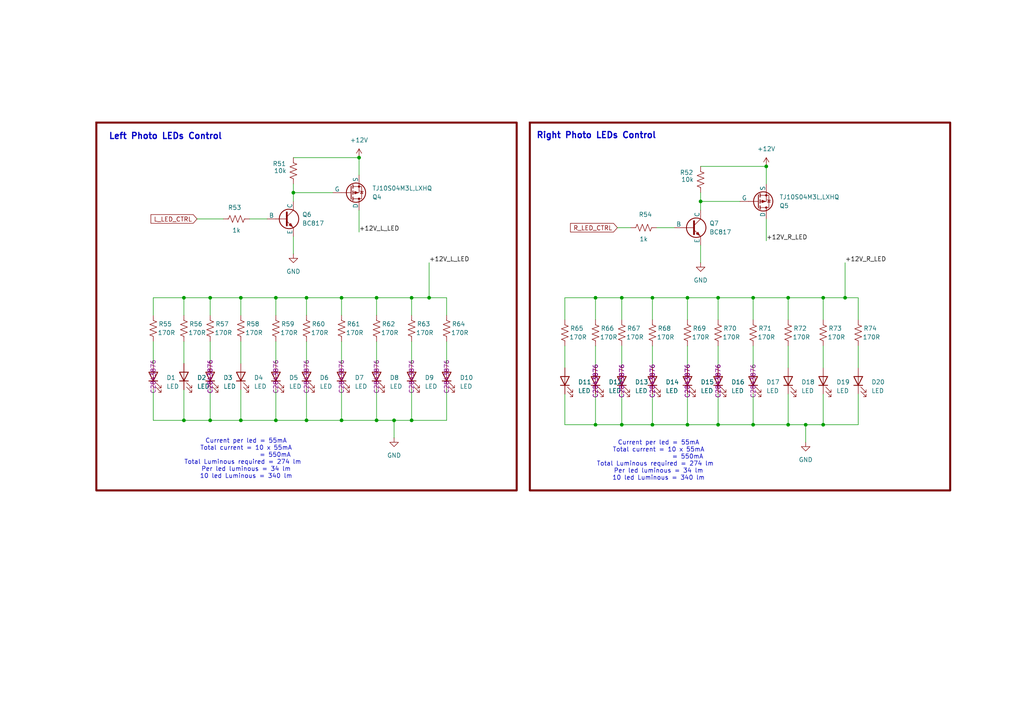
<source format=kicad_sch>
(kicad_sch (version 20250114) (generator "eeschema") (generator_version "9.0")
  (paper "A4")
  (lib_symbols
    (symbol "BC817:BC817_NPN_BJT" (pin_numbers (hide yes)) (pin_names (offset 0))
      (property "Reference" "Q" (at -2.54 7.62 0))
      (property "Value" "BC817_NPN_BJT" (at -2.54 5.08 0))
      (symbol "BC817_NPN_BJT_0_1"
        (polyline (pts (xy -2.54 0) (xy 0.635 0)) (stroke (width 0.1524)))
        (polyline (pts (xy 0.635 1.905) (xy 0.635 -1.905) (xy 0.635 -1.905)) (stroke (width 0.508)))
        (polyline (pts (xy 0.635 0.635) (xy 2.54 2.54)))
        (polyline (pts (xy 0.635 -0.635) (xy 2.54 -2.54) (xy 2.54 -2.54)))
        (circle (center 1.27 0) (radius 2.8194) (stroke (width 0.254)))
        (polyline (pts (xy 1.27 -1.778) (xy 1.778 -1.27) (xy 2.286 -2.286) (xy 1.27 -1.778) (xy 1.27 -1.778)) (fill (type outline)))
        (polyline (pts (xy 2.794 -1.27) (xy 2.794 -1.27)) (stroke (width 0.1524)))
        (polyline (pts (xy 2.794 -1.27) (xy 2.794 -1.27)) (stroke (width 0.1524)))
      )
      (symbol "BC817_NPN_BJT_1_1"
        (pin input line (at -5.08 0 0) (length 2.54) (name "B") (number "1"))
        (pin open_collector line (at 2.54 5.08 270) (length 2.54) (name "C") (number "3"))
        (pin open_emitter line (at 2.54 -5.08 90) (length 2.54) (name "E") (number "2"))
      )
    )
    (symbol "Device:LED" (pin_numbers (hide yes)) (pin_names (offset 1.016) (hide yes))
      (property "Reference" "D" (at 0 2.54 0))
      (property "Value" "LED" (at 0 -2.54 0))
      (symbol "LED_0_1"
        (polyline (pts (xy -3.048 -0.762) (xy -4.572 -2.286) (xy -3.81 -2.286) (xy -4.572 -2.286) (xy -4.572 -1.524)))
        (polyline (pts (xy -1.778 -0.762) (xy -3.302 -2.286) (xy -2.54 -2.286) (xy -3.302 -2.286) (xy -3.302 -1.524)))
        (polyline (pts (xy -1.27 0) (xy 1.27 0)))
        (polyline (pts (xy -1.27 -1.27) (xy -1.27 1.27)) (stroke (width 0.254)))
        (polyline (pts (xy 1.27 -1.27) (xy 1.27 1.27) (xy -1.27 0) (xy 1.27 -1.27)) (stroke (width 0.254)))
      )
      (symbol "LED_1_1"
        (pin passive line (at -3.81 0 0) (length 2.54) (name "K") (number "1"))
        (pin passive line (at 3.81 0 180) (length 2.54) (name "A") (number "2"))
      )
    )
    (symbol "Device:R_US" (pin_numbers (hide yes)) (pin_names (offset 0))
      (property "Reference" "R" (at 2.54 0 90))
      (property "Value" "R_US" (at -2.54 0 90))
      (symbol "R_US_0_1"
        (polyline (pts (xy 0 2.286) (xy 0 2.54)))
        (polyline (pts (xy 0 2.286) (xy 1.016 1.905) (xy 0 1.524) (xy -1.016 1.143) (xy 0 0.762)))
        (polyline (pts (xy 0 0.762) (xy 1.016 0.381) (xy 0 0) (xy -1.016 -0.381) (xy 0 -0.762)))
        (polyline (pts (xy 0 -0.762) (xy 1.016 -1.143) (xy 0 -1.524) (xy -1.016 -1.905) (xy 0 -2.286)))
        (polyline (pts (xy 0 -2.286) (xy 0 -2.54)))
      )
      (symbol "R_US_1_1"
        (pin passive line (at 0 3.81 270) (length 1.27) (name "~") (number "1"))
        (pin passive line (at 0 -3.81 90) (length 1.27) (name "~") (number "2"))
      )
    )
    (symbol "Simulation_SPICE:PMOS" (pin_numbers (hide yes)) (pin_names (offset 0))
      (property "Reference" "Q" (at 5.08 1.27 0))
      (property "Value" "PMOS" (at 5.08 -1.27 0))
      (symbol "PMOS_0_1"
        (polyline (pts (xy 0.254 1.905) (xy 0.254 -1.905)) (stroke (width 0.254)))
        (polyline (pts (xy 0.254 0) (xy -2.54 0)))
        (polyline (pts (xy 0.762 2.286) (xy 0.762 1.27)) (stroke (width 0.254)))
        (polyline (pts (xy 0.762 1.778) (xy 3.302 1.778) (xy 3.302 -1.778) (xy 0.762 -1.778)))
        (polyline (pts (xy 0.762 0.508) (xy 0.762 -0.508)) (stroke (width 0.254)))
        (polyline (pts (xy 0.762 -1.27) (xy 0.762 -2.286)) (stroke (width 0.254)))
        (circle (center 1.651 0) (radius 2.794) (stroke (width 0.254)))
        (polyline (pts (xy 2.286 0) (xy 1.27 0.381) (xy 1.27 -0.381) (xy 2.286 0)) (fill (type outline)))
        (polyline (pts (xy 2.54 2.54) (xy 2.54 1.778)))
        (circle (center 2.54 1.778) (radius 0.254) (fill (type outline)))
        (circle (center 2.54 -1.778) (radius 0.254) (fill (type outline)))
        (polyline (pts (xy 2.54 -2.54) (xy 2.54 0) (xy 0.762 0)))
        (polyline (pts (xy 2.794 -0.508) (xy 2.921 -0.381) (xy 3.683 -0.381) (xy 3.81 -0.254)))
        (polyline (pts (xy 3.302 -0.381) (xy 2.921 0.254) (xy 3.683 0.254) (xy 3.302 -0.381)))
      )
      (symbol "PMOS_1_1"
        (pin input line (at -5.08 0 0) (length 2.54) (name "G") (number "2"))
        (pin passive line (at 2.54 5.08 270) (length 2.54) (name "D") (number "1"))
        (pin passive line (at 2.54 -5.08 90) (length 2.54) (name "S") (number "3"))
      )
    )
    (symbol "power:+12V" (power) (pin_numbers (hide yes)) (pin_names (offset 0) (hide yes))
      (property "Value" "+12V" (at 0 3.556 0))
      (symbol "+12V_0_1"
        (polyline (pts (xy -0.762 1.27) (xy 0 2.54)))
        (polyline (pts (xy 0 2.54) (xy 0.762 1.27)))
        (polyline (pts (xy 0 0) (xy 0 2.54)))
      )
      (symbol "+12V_1_1"
        (pin power_in line (at 0 0 90) (length 0) (name "~") (number "1"))
      )
    )
    (symbol "power:GND" (power) (pin_numbers (hide yes)) (pin_names (offset 0) (hide yes))
      (property "Value" "GND" (at 0 -3.81 0))
      (symbol "GND_0_1"
        (polyline (pts (xy 0 0) (xy 0 -1.27) (xy 1.27 -1.27) (xy 0 -2.54) (xy -1.27 -1.27) (xy 0 -1.27)))
      )
      (symbol "GND_1_1"
        (pin power_in line (at 0 0 270) (length 0) (name "~") (number "1"))
      )
    )
  )
  (rectangle (start 27.94 35.56) (end 149.86 142.24) (stroke (width 0.5842) (color 110 0 0 1)))
  (rectangle (start 153.67 35.56) (end 275.59 142.24) (stroke (width 0.5842) (color 110 0 0 1)))
  (text "Right Photo LEDs Control" (at 172.974 39.37 0) (effects (font (size 1.778 1.778) (thickness 0.3556) (bold yes))))
  (text "Left Photo LEDs Control" (at 48.006 39.624 0) (effects (font (size 1.778 1.778) (thickness 0.3556) (bold yes))))
  (text "Current per led = 55mA\nTotal current = 10 x 55mA\n			  = 550mA\nTotal Luminous required = 274 lm  \nPer led luminous = 34 lm\n10 led Luminous = 340 lm" (at 191.008 133.604 0) (effects (font (size 1.27 1.27))))
  (text "Current per led = 55mA\nTotal current = 10 x 55mA\n			  = 550mA\nTotal Luminous required = 274 lm  \nPer led luminous = 34 lm\n10 led Luminous = 340 lm" (at 71.374 133.096 0) (effects (font (size 1.27 1.27))))
  (junction (at 80.01 86.36))
  (junction (at 172.72 86.36))
  (junction (at 238.76 123.19))
  (junction (at 88.9 86.36))
  (junction (at 228.6 86.36))
  (junction (at 238.76 86.36))
  (junction (at 189.23 86.36))
  (junction (at 119.38 121.92))
  (junction (at 88.9 121.92))
  (junction (at 53.34 86.36))
  (junction (at 69.85 86.36))
  (junction (at 222.25 48.26))
  (junction (at 53.34 121.92))
  (junction (at 245.11 86.36))
  (junction (at 199.39 86.36))
  (junction (at 218.44 86.36))
  (junction (at 99.06 121.92))
  (junction (at 109.22 86.36))
  (junction (at 69.85 121.92))
  (junction (at 208.28 86.36))
  (junction (at 80.01 121.92))
  (junction (at 85.09 55.88))
  (junction (at 104.14 45.72))
  (junction (at 180.34 123.19))
  (junction (at 60.96 86.36))
  (junction (at 180.34 86.36))
  (junction (at 124.46 86.36))
  (junction (at 208.28 123.19))
  (junction (at 218.44 123.19))
  (junction (at 114.3 121.92))
  (junction (at 189.23 123.19))
  (junction (at 172.72 123.19))
  (junction (at 60.96 121.92))
  (junction (at 203.2 58.42))
  (junction (at 233.68 123.19))
  (junction (at 109.22 121.92))
  (junction (at 119.38 86.36))
  (junction (at 199.39 123.19))
  (junction (at 99.06 86.36))
  (junction (at 228.6 123.19))
  (wire (pts (xy 180.34 123.19) (xy 189.23 123.19)))
  (wire (pts (xy 172.72 86.36) (xy 180.34 86.36)))
  (wire (pts (xy 88.9 121.92) (xy 99.06 121.92)))
  (wire (pts (xy 85.09 53.34) (xy 85.09 55.88)))
  (wire (pts (xy 189.23 114.3) (xy 189.23 123.19)))
  (wire (pts (xy 238.76 100.33) (xy 238.76 106.68)))
  (wire (pts (xy 99.06 86.36) (xy 99.06 91.44)))
  (wire (pts (xy 85.09 55.88) (xy 85.09 58.42)))
  (wire (pts (xy 203.2 55.88) (xy 203.2 58.42)))
  (wire (pts (xy 104.14 67.31) (xy 104.14 60.96)))
  (wire (pts (xy 199.39 114.3) (xy 199.39 123.19)))
  (wire (pts (xy 129.54 121.92) (xy 129.54 113.03)))
  (wire (pts (xy 245.11 86.36) (xy 248.92 86.36)))
  (wire (pts (xy 53.34 99.06) (xy 53.34 105.41)))
  (wire (pts (xy 172.72 86.36) (xy 172.72 92.71)))
  (wire (pts (xy 238.76 86.36) (xy 245.11 86.36)))
  (wire (pts (xy 203.2 58.42) (xy 203.2 60.96)))
  (wire (pts (xy 72.39 63.5) (xy 77.47 63.5)))
  (wire (pts (xy 172.72 123.19) (xy 180.34 123.19)))
  (wire (pts (xy 44.45 91.44) (xy 44.45 86.36)))
  (wire (pts (xy 109.22 86.36) (xy 109.22 91.44)))
  (wire (pts (xy 199.39 100.33) (xy 199.39 106.68)))
  (wire (pts (xy 238.76 123.19) (xy 248.92 123.19)))
  (wire (pts (xy 119.38 86.36) (xy 124.46 86.36)))
  (wire (pts (xy 80.01 121.92) (xy 88.9 121.92)))
  (wire (pts (xy 163.83 100.33) (xy 163.83 106.68)))
  (wire (pts (xy 114.3 121.92) (xy 114.3 127)))
  (wire (pts (xy 163.83 114.3) (xy 163.83 123.19)))
  (wire (pts (xy 203.2 58.42) (xy 214.63 58.42)))
  (wire (pts (xy 124.46 86.36) (xy 129.54 86.36)))
  (wire (pts (xy 228.6 123.19) (xy 233.68 123.19)))
  (wire (pts (xy 80.01 91.44) (xy 80.01 86.36)))
  (wire (pts (xy 556.26 54.61) (xy 556.26 46.99)))
  (wire (pts (xy 119.38 91.44) (xy 119.38 86.36)))
  (wire (pts (xy 199.39 86.36) (xy 208.28 86.36)))
  (wire (pts (xy 208.28 86.36) (xy 208.28 92.71)))
  (wire (pts (xy 69.85 86.36) (xy 69.85 91.44)))
  (wire (pts (xy 53.34 86.36) (xy 53.34 91.44)))
  (wire (pts (xy 99.06 113.03) (xy 99.06 121.92)))
  (wire (pts (xy 99.06 99.06) (xy 99.06 105.41)))
  (wire (pts (xy 238.76 114.3) (xy 238.76 123.19)))
  (wire (pts (xy 172.72 100.33) (xy 172.72 106.68)))
  (wire (pts (xy 172.72 114.3) (xy 172.72 123.19)))
  (wire (pts (xy 44.45 86.36) (xy 53.34 86.36)))
  (wire (pts (xy 129.54 99.06) (xy 129.54 105.41)))
  (wire (pts (xy 88.9 113.03) (xy 88.9 121.92)))
  (wire (pts (xy 218.44 86.36) (xy 228.6 86.36)))
  (wire (pts (xy 99.06 86.36) (xy 109.22 86.36)))
  (wire (pts (xy 189.23 86.36) (xy 199.39 86.36)))
  (wire (pts (xy 60.96 86.36) (xy 60.96 91.44)))
  (wire (pts (xy 80.01 113.03) (xy 80.01 121.92)))
  (wire (pts (xy 189.23 100.33) (xy 189.23 106.68)))
  (wire (pts (xy 109.22 113.03) (xy 109.22 121.92)))
  (wire (pts (xy 179.07 66.04) (xy 182.88 66.04)))
  (wire (pts (xy 109.22 99.06) (xy 109.22 105.41)))
  (wire (pts (xy 199.39 86.36) (xy 199.39 92.71)))
  (wire (pts (xy 69.85 86.36) (xy 80.01 86.36)))
  (wire (pts (xy 180.34 100.33) (xy 180.34 106.68)))
  (wire (pts (xy 238.76 86.36) (xy 238.76 92.71)))
  (wire (pts (xy 44.45 121.92) (xy 53.34 121.92)))
  (wire (pts (xy 53.34 121.92) (xy 60.96 121.92)))
  (wire (pts (xy 104.14 45.72) (xy 104.14 50.8)))
  (wire (pts (xy 60.96 86.36) (xy 69.85 86.36)))
  (wire (pts (xy 53.34 86.36) (xy 60.96 86.36)))
  (wire (pts (xy 163.83 92.71) (xy 163.83 86.36)))
  (wire (pts (xy 85.09 68.58) (xy 85.09 73.66)))
  (wire (pts (xy 119.38 113.03) (xy 119.38 121.92)))
  (wire (pts (xy 163.83 123.19) (xy 172.72 123.19)))
  (wire (pts (xy 60.96 99.06) (xy 60.96 105.41)))
  (wire (pts (xy 69.85 113.03) (xy 69.85 121.92)))
  (wire (pts (xy 60.96 113.03) (xy 60.96 121.92)))
  (wire (pts (xy 99.06 121.92) (xy 109.22 121.92)))
  (wire (pts (xy 80.01 99.06) (xy 80.01 105.41)))
  (wire (pts (xy 233.68 123.19) (xy 238.76 123.19)))
  (wire (pts (xy 109.22 121.92) (xy 114.3 121.92)))
  (wire (pts (xy 189.23 86.36) (xy 189.23 92.71)))
  (wire (pts (xy 248.92 86.36) (xy 248.92 92.71)))
  (wire (pts (xy 218.44 86.36) (xy 218.44 92.71)))
  (wire (pts (xy 248.92 123.19) (xy 248.92 114.3)))
  (wire (pts (xy 208.28 100.33) (xy 208.28 106.68)))
  (wire (pts (xy 245.11 76.2) (xy 245.11 86.36)))
  (wire (pts (xy 119.38 99.06) (xy 119.38 105.41)))
  (wire (pts (xy 233.68 123.19) (xy 233.68 128.27)))
  (wire (pts (xy 222.25 69.85) (xy 222.25 63.5)))
  (wire (pts (xy 180.34 86.36) (xy 189.23 86.36)))
  (wire (pts (xy 80.01 86.36) (xy 88.9 86.36)))
  (wire (pts (xy 180.34 86.36) (xy 180.34 92.71)))
  (wire (pts (xy 69.85 99.06) (xy 69.85 105.41)))
  (wire (pts (xy 85.09 55.88) (xy 96.52 55.88)))
  (wire (pts (xy 69.85 121.92) (xy 80.01 121.92)))
  (wire (pts (xy 228.6 86.36) (xy 228.6 92.71)))
  (wire (pts (xy 218.44 123.19) (xy 228.6 123.19)))
  (wire (pts (xy 44.45 99.06) (xy 44.45 105.41)))
  (wire (pts (xy 88.9 99.06) (xy 88.9 105.41)))
  (wire (pts (xy 218.44 100.33) (xy 218.44 106.68)))
  (wire (pts (xy 124.46 76.2) (xy 124.46 86.36)))
  (wire (pts (xy 119.38 121.92) (xy 129.54 121.92)))
  (wire (pts (xy 163.83 86.36) (xy 172.72 86.36)))
  (wire (pts (xy 228.6 114.3) (xy 228.6 123.19)))
  (wire (pts (xy 208.28 114.3) (xy 208.28 123.19)))
  (wire (pts (xy 129.54 86.36) (xy 129.54 91.44)))
  (wire (pts (xy 203.2 48.26) (xy 222.25 48.26)))
  (wire (pts (xy 44.45 113.03) (xy 44.45 121.92)))
  (wire (pts (xy 189.23 123.19) (xy 199.39 123.19)))
  (wire (pts (xy 180.34 114.3) (xy 180.34 123.19)))
  (wire (pts (xy 53.34 113.03) (xy 53.34 121.92)))
  (wire (pts (xy 248.92 100.33) (xy 248.92 106.68)))
  (wire (pts (xy 114.3 121.92) (xy 119.38 121.92)))
  (wire (pts (xy 203.2 71.12) (xy 203.2 76.2)))
  (wire (pts (xy 88.9 86.36) (xy 99.06 86.36)))
  (wire (pts (xy 190.5 66.04) (xy 195.58 66.04)))
  (wire (pts (xy 208.28 86.36) (xy 218.44 86.36)))
  (wire (pts (xy 88.9 86.36) (xy 88.9 91.44)))
  (wire (pts (xy 85.09 45.72) (xy 104.14 45.72)))
  (wire (pts (xy 57.15 63.5) (xy 64.77 63.5)))
  (wire (pts (xy 228.6 86.36) (xy 238.76 86.36)))
  (wire (pts (xy 208.28 123.19) (xy 218.44 123.19)))
  (wire (pts (xy 218.44 114.3) (xy 218.44 123.19)))
  (wire (pts (xy 109.22 86.36) (xy 119.38 86.36)))
  (wire (pts (xy 199.39 123.19) (xy 208.28 123.19)))
  (wire (pts (xy 60.96 121.92) (xy 69.85 121.92)))
  (wire (pts (xy 228.6 100.33) (xy 228.6 106.68)))
  (wire (pts (xy 222.25 48.26) (xy 222.25 53.34)))
  (label "+12V_R_LED" (at 245.11 76.2 0))
  (label "+12V_L_LED" (at 104.14 67.31 0))
  (label "+12V_R_LED" (at 222.25 69.85 0))
  (label "+12V_L_LED" (at 124.46 76.2 0))
  (global_label "R_LED_CTRL" (shape input) (at 179.07 66.04 180) (property "Intersheetrefs" "${INTERSHEET_REFS}" (effects (hide yes))))
  (global_label "L_LED_CTRL" (shape input) (at 57.15 63.5 180) (property "Intersheetrefs" "${INTERSHEET_REFS}" (effects (hide yes))))
  (symbol (lib_id "power:+12V") (at 222.25 48.26 0) (unit 1)
    (property "Reference" "#PWR063" (effects (hide yes)))
    (property "Value" "+12V" (at 222.25 43.18 0))
    (property "Description" "Power symbol creates a global label with name \"+12V\"" (effects (hide yes)))
  )
  (symbol (lib_id "BC817:BC817_NPN_BJT") (at 200.66 66.04 0) (unit 1)
    (property "Reference" "Q7" (at 205.74 64.7699 0) (effects (justify left)))
    (property "Value" "BC817" (at 205.74 67.3099 0) (effects (justify left)))
    (property "Footprint" "Package_TO_SOT_SMD:SOT-23" (effects (hide yes)))
    (property "Datasheet" "https://ngspice.sourceforge.io/docs/ngspice-html-manual/manual.xhtml#cha_BJTs" (effects (hide yes)))
    (property "Description" "Bipolar transistor symbol for simulation only, substrate tied to the emitter" (effects (hide yes)))
    (property "Sim.Device" "NPN" (effects (hide yes)))
    (property "Sim.Type" "GUMMELPOON" (effects (hide yes)))
    (property "Sim.Pins" "1=C 2=B 3=E" (effects (hide yes)))
    (property "LCSC Part no " "C39828" (effects (hide yes)))
  )
  (symbol (lib_id "BC817:BC817_NPN_BJT") (at 82.55 63.5 0) (unit 1)
    (property "Reference" "Q6" (at 87.63 62.2299 0) (effects (justify left)))
    (property "Value" "BC817" (at 87.63 64.7699 0) (effects (justify left)))
    (property "Footprint" "Package_TO_SOT_SMD:SOT-23" (effects (hide yes)))
    (property "Datasheet" "https://ngspice.sourceforge.io/docs/ngspice-html-manual/manual.xhtml#cha_BJTs" (effects (hide yes)))
    (property "Description" "Bipolar transistor symbol for simulation only, substrate tied to the emitter" (effects (hide yes)))
    (property "Sim.Device" "NPN" (effects (hide yes)))
    (property "Sim.Type" "GUMMELPOON" (effects (hide yes)))
    (property "Sim.Pins" "1=C 2=B 3=E" (effects (hide yes)))
    (property "LCSC Part no " "C39828" (effects (hide yes)))
  )
  (symbol (lib_id "Device:LED") (at 109.22 109.22 90) (unit 1)
    (property "Reference" "D8" (at 113.03 109.5374 90) (effects (justify right)))
    (property "Value" "LED" (at 113.03 112.0774 90) (effects (justify right)))
    (property "Footprint" "LED_SMD:LED_Everlight-SMD3528_3.5x2.8mm_67-21ST" (effects (hide yes)))
    (property "Description" "Light emitting diode" (effects (hide yes)))
    (property "Sim.Pins" "1=K 2=A" (effects (hide yes)))
    (property "LCSC Part no " "C2843876" (at 109.22 109.22 0))
    (property "Digikey Part No" "JB2835BWT-G-B50GA0000-N0000001" (effects (hide yes)))
  )
  (symbol (lib_id "Device:R_US") (at 248.92 96.52 0) (unit 1)
    (property "Reference" "R74" (at 250.444 95.25 0) (effects (justify left)))
    (property "Value" "170R" (at 250.19 97.79 0) (effects (justify left)))
    (property "Footprint" "Resistor_SMD:R_2512_6332Metric" (effects (hide yes)))
    (property "Description" "1W Thick Film Resistors 200V ±100ppm/℃ ±5% 180Ω 2512 Chip Resistor - Surface Mount ROHS" (effects (hide yes)))
    (property "LCSC Part no " "C2934094" (effects (hide yes)))
  )
  (symbol (lib_id "Device:LED") (at 53.34 109.22 90) (unit 1)
    (property "Reference" "D2" (at 57.15 109.5374 90) (effects (justify right)))
    (property "Value" "LED" (at 57.15 112.0774 90) (effects (justify right)))
    (property "Footprint" "LED_SMD:LED_Everlight-SMD3528_3.5x2.8mm_67-21ST" (effects (hide yes)))
    (property "Description" "Light emitting diode" (effects (hide yes)))
    (property "Sim.Pins" "1=K 2=A" (effects (hide yes)))
    (property "LCSC Part no " "C2843876" (effects (hide yes)))
    (property "Digikey Part No" "JB2835BWT-G-B50GA0000-N0000001" (effects (hide yes)))
  )
  (symbol (lib_id "Device:R_US") (at 163.83 96.52 0) (unit 1)
    (property "Reference" "R65" (at 165.354 95.25 0) (effects (justify left)))
    (property "Value" "170R" (at 165.1 97.79 0) (effects (justify left)))
    (property "Footprint" "Resistor_SMD:R_2512_6332Metric" (effects (hide yes)))
    (property "Description" "1W Thick Film Resistors 200V ±100ppm/℃ ±5% 180Ω 2512 Chip Resistor - Surface Mount ROHS" (effects (hide yes)))
    (property "LCSC Part no " "C2934094" (effects (hide yes)))
  )
  (symbol (lib_id "Simulation_SPICE:PMOS") (at 101.6 55.88 0) (mirror x) (unit 1)
    (property "Reference" "Q4" (at 107.95 57.1501 0) (effects (justify left)))
    (property "Value" "TJ10S04M3L,LXHQ" (at 107.95 54.6101 0) (effects (justify left)))
    (property "Footprint" "Package_TO_SOT_SMD:TO-252-2" (effects (hide yes)))
    (property "Datasheet" "https://ngspice.sourceforge.io/docs/ngspice-html-manual/manual.xhtml#cha_MOSFETs" (effects (hide yes)))
    (property "Description" "P-Channel 40 V 10A (Ta) 27W (Tc) Surface Mount DPAK+" (effects (hide yes)))
    (property "Sim.Device" "PMOS" (effects (hide yes)))
    (property "Sim.Type" "VDMOS" (effects (hide yes)))
    (property "Sim.Pins" "1=D 2=G 3=S" (effects (hide yes)))
    (property "LCSC Part no " "C41355200" (effects (hide yes)))
    (property "Digikey Part No" "TJ10S04M3L,LXHQ" (effects (hide yes)))
  )
  (symbol (lib_id "Device:R_US") (at 85.09 49.53 180) (unit 1)
    (property "Reference" "R51" (at 81.026 47.498 0))
    (property "Value" "10k" (at 81.28 49.53 0))
    (property "Footprint" "Resistor_SMD:R_0805_2012Metric" (effects (hide yes)))
    (property "Description" "125mW Thick Film Resistors 150V ±100ppm/℃ ±1% 10kΩ 0805 Chip Resistor - Surface Mount ROHS" (effects (hide yes)))
    (property "LCSC Part no " "C84376" (effects (hide yes)))
  )
  (symbol (lib_id "Device:R_US") (at 180.34 96.52 0) (unit 1)
    (property "Reference" "R67" (at 181.864 95.25 0) (effects (justify left)))
    (property "Value" "170R" (at 181.61 97.79 0) (effects (justify left)))
    (property "Footprint" "Resistor_SMD:R_2512_6332Metric" (effects (hide yes)))
    (property "Description" "1W Thick Film Resistors 200V ±100ppm/℃ ±5% 180Ω 2512 Chip Resistor - Surface Mount ROHS" (effects (hide yes)))
    (property "LCSC Part no " "C2934094" (effects (hide yes)))
  )
  (symbol (lib_id "Device:LED") (at 189.23 110.49 90) (unit 1)
    (property "Reference" "D14" (at 193.04 110.8074 90) (effects (justify right)))
    (property "Value" "LED" (at 193.04 113.3474 90) (effects (justify right)))
    (property "Footprint" "LED_SMD:LED_Everlight-SMD3528_3.5x2.8mm_67-21ST" (effects (hide yes)))
    (property "Description" "Light emitting diode" (effects (hide yes)))
    (property "Sim.Pins" "1=K 2=A" (effects (hide yes)))
    (property "LCSC Part no " "C2843876" (at 189.23 110.49 0))
    (property "Digikey Part No" "JB2835BWT-G-B50GA0000-N0000001" (effects (hide yes)))
  )
  (symbol (lib_id "Device:R_US") (at 80.01 95.25 0) (unit 1)
    (property "Reference" "R59" (at 81.534 93.98 0) (effects (justify left)))
    (property "Value" "170R" (at 81.28 96.52 0) (effects (justify left)))
    (property "Footprint" "Resistor_SMD:R_2512_6332Metric" (effects (hide yes)))
    (property "Description" "1W Thick Film Resistors 200V ±100ppm/℃ ±5% 180Ω 2512 Chip Resistor - Surface Mount ROHS" (effects (hide yes)))
    (property "LCSC Part no " "C2934094" (effects (hide yes)))
  )
  (symbol (lib_id "Device:R_US") (at 129.54 95.25 0) (unit 1)
    (property "Reference" "R64" (at 131.064 93.98 0) (effects (justify left)))
    (property "Value" "170R" (at 130.81 96.52 0) (effects (justify left)))
    (property "Footprint" "Resistor_SMD:R_2512_6332Metric" (effects (hide yes)))
    (property "Description" "1W Thick Film Resistors 200V ±100ppm/℃ ±5% 180Ω 2512 Chip Resistor - Surface Mount ROHS" (effects (hide yes)))
    (property "LCSC Part no " "C2934094" (effects (hide yes)))
  )
  (symbol (lib_id "Device:LED") (at 172.72 110.49 90) (unit 1)
    (property "Reference" "D12" (at 176.53 110.8074 90) (effects (justify right)))
    (property "Value" "LED" (at 176.53 113.3474 90) (effects (justify right)))
    (property "Footprint" "LED_SMD:LED_Everlight-SMD3528_3.5x2.8mm_67-21ST" (effects (hide yes)))
    (property "Description" "Light emitting diode" (effects (hide yes)))
    (property "Sim.Pins" "1=K 2=A" (effects (hide yes)))
    (property "LCSC Part no " "C2843876" (at 172.72 110.49 0))
    (property "Digikey Part No" "JB2835BWT-G-B50GA0000-N0000001" (effects (hide yes)))
  )
  (symbol (lib_id "Device:R_US") (at 228.6 96.52 0) (unit 1)
    (property "Reference" "R72" (at 230.124 95.25 0) (effects (justify left)))
    (property "Value" "170R" (at 229.87 97.79 0) (effects (justify left)))
    (property "Footprint" "Resistor_SMD:R_2512_6332Metric" (effects (hide yes)))
    (property "Description" "1W Thick Film Resistors 200V ±100ppm/℃ ±5% 180Ω 2512 Chip Resistor - Surface Mount ROHS" (effects (hide yes)))
    (property "LCSC Part no " "C2934094" (effects (hide yes)))
  )
  (symbol (lib_id "power:GND") (at 85.09 73.66 0) (unit 1)
    (property "Reference" "#PWR064" (effects (hide yes)))
    (property "Value" "GND" (at 85.09 78.74 0))
    (property "Description" "Power symbol creates a global label with name \"GND\" , ground" (effects (hide yes)))
  )
  (symbol (lib_id "Device:LED") (at 80.01 109.22 90) (unit 1)
    (property "Reference" "D5" (at 83.82 109.5374 90) (effects (justify right)))
    (property "Value" "LED" (at 83.82 112.0774 90) (effects (justify right)))
    (property "Footprint" "LED_SMD:LED_Everlight-SMD3528_3.5x2.8mm_67-21ST" (effects (hide yes)))
    (property "Description" "Light emitting diode" (effects (hide yes)))
    (property "Sim.Pins" "1=K 2=A" (effects (hide yes)))
    (property "LCSC Part no " "C2843876" (at 80.01 109.22 0))
    (property "Digikey Part No" "JB2835BWT-G-B50GA0000-N0000001" (effects (hide yes)))
  )
  (symbol (lib_id "power:GND") (at 114.3 127 0) (unit 1)
    (property "Reference" "#PWR066" (effects (hide yes)))
    (property "Value" "GND" (at 114.3 132.08 0))
    (property "Description" "Power symbol creates a global label with name \"GND\" , ground" (effects (hide yes)))
  )
  (symbol (lib_id "Device:R_US") (at 109.22 95.25 0) (unit 1)
    (property "Reference" "R62" (at 110.744 93.98 0) (effects (justify left)))
    (property "Value" "170R" (at 110.49 96.52 0) (effects (justify left)))
    (property "Footprint" "Resistor_SMD:R_2512_6332Metric" (effects (hide yes)))
    (property "Description" "1W Thick Film Resistors 200V ±100ppm/℃ ±5% 180Ω 2512 Chip Resistor - Surface Mount ROHS" (effects (hide yes)))
    (property "LCSC Part no " "C2934094" (effects (hide yes)))
  )
  (symbol (lib_id "power:+12V") (at 104.14 45.72 0) (unit 1)
    (property "Reference" "#PWR062" (effects (hide yes)))
    (property "Value" "+12V" (at 104.14 40.64 0))
    (property "Description" "Power symbol creates a global label with name \"+12V\"" (effects (hide yes)))
  )
  (symbol (lib_id "Device:R_US") (at 60.96 95.25 0) (unit 1)
    (property "Reference" "R57" (at 62.484 93.98 0) (effects (justify left)))
    (property "Value" "170R" (at 62.23 96.52 0) (effects (justify left)))
    (property "Footprint" "Resistor_SMD:R_2512_6332Metric" (effects (hide yes)))
    (property "Description" "1W Thick Film Resistors 200V ±100ppm/℃ ±5% 180Ω 2512 Chip Resistor - Surface Mount ROHS" (effects (hide yes)))
    (property "LCSC Part no " "C2934094" (effects (hide yes)))
  )
  (symbol (lib_id "Device:R_US") (at 88.9 95.25 0) (unit 1)
    (property "Reference" "R60" (at 90.424 93.98 0) (effects (justify left)))
    (property "Value" "170R" (at 90.17 96.52 0) (effects (justify left)))
    (property "Footprint" "Resistor_SMD:R_2512_6332Metric" (effects (hide yes)))
    (property "Description" "1W Thick Film Resistors 200V ±100ppm/℃ ±5% 180Ω 2512 Chip Resistor - Surface Mount ROHS" (effects (hide yes)))
    (property "LCSC Part no " "C2934094" (effects (hide yes)))
  )
  (symbol (lib_id "power:GND") (at 203.2 76.2 0) (unit 1)
    (property "Reference" "#PWR065" (effects (hide yes)))
    (property "Value" "GND" (at 203.2 81.28 0))
    (property "Description" "Power symbol creates a global label with name \"GND\" , ground" (effects (hide yes)))
  )
  (symbol (lib_id "Device:R_US") (at 218.44 96.52 0) (unit 1)
    (property "Reference" "R71" (at 219.964 95.25 0) (effects (justify left)))
    (property "Value" "170R" (at 219.71 97.79 0) (effects (justify left)))
    (property "Footprint" "Resistor_SMD:R_2512_6332Metric" (effects (hide yes)))
    (property "Description" "1W Thick Film Resistors 200V ±100ppm/℃ ±5% 180Ω 2512 Chip Resistor - Surface Mount ROHS" (effects (hide yes)))
    (property "LCSC Part no " "C2934094" (effects (hide yes)))
  )
  (symbol (lib_id "Device:LED") (at 208.28 110.49 90) (unit 1)
    (property "Reference" "D16" (at 212.09 110.8074 90) (effects (justify right)))
    (property "Value" "LED" (at 212.09 113.3474 90) (effects (justify right)))
    (property "Footprint" "LED_SMD:LED_Everlight-SMD3528_3.5x2.8mm_67-21ST" (effects (hide yes)))
    (property "Description" "Light emitting diode" (effects (hide yes)))
    (property "Sim.Pins" "1=K 2=A" (effects (hide yes)))
    (property "LCSC Part no " "C2843876" (at 208.28 110.49 0))
    (property "Digikey Part No" "JB2835BWT-G-B50GA0000-N0000001" (effects (hide yes)))
  )
  (symbol (lib_id "Device:R_US") (at 199.39 96.52 0) (unit 1)
    (property "Reference" "R69" (at 200.914 95.25 0) (effects (justify left)))
    (property "Value" "170R" (at 200.66 97.79 0) (effects (justify left)))
    (property "Footprint" "Resistor_SMD:R_2512_6332Metric" (effects (hide yes)))
    (property "Description" "1W Thick Film Resistors 200V ±100ppm/℃ ±5% 180Ω 2512 Chip Resistor - Surface Mount ROHS" (effects (hide yes)))
    (property "LCSC Part no " "C2934094" (effects (hide yes)))
  )
  (symbol (lib_id "Device:R_US") (at 68.58 63.5 270) (unit 1)
    (property "Reference" "R53" (at 68.072 60.198 90))
    (property "Value" "1k" (at 68.58 66.802 90))
    (property "Footprint" "Resistor_SMD:R_0805_2012Metric" (effects (hide yes)))
    (property "Description" "125mW Thick Film Resistors 150V ±100ppm/℃ ±1% 1kΩ 0805 Chip Resistor - Surface Mount ROHS" (effects (hide yes)))
    (property "LCSC Part no " "C95781" (effects (hide yes)))
  )
  (symbol (lib_id "Device:R_US") (at 69.85 95.25 0) (unit 1)
    (property "Reference" "R58" (at 71.374 93.98 0) (effects (justify left)))
    (property "Value" "170R" (at 71.12 96.52 0) (effects (justify left)))
    (property "Footprint" "Resistor_SMD:R_2512_6332Metric" (effects (hide yes)))
    (property "Description" "1W Thick Film Resistors 200V ±100ppm/℃ ±5% 180Ω 2512 Chip Resistor - Surface Mount ROHS" (effects (hide yes)))
    (property "LCSC Part no " "C2934094" (effects (hide yes)))
  )
  (symbol (lib_id "Device:LED") (at 163.83 110.49 90) (unit 1)
    (property "Reference" "D11" (at 167.64 110.8074 90) (effects (justify right)))
    (property "Value" "LED" (at 167.64 113.3474 90) (effects (justify right)))
    (property "Footprint" "LED_SMD:LED_Everlight-SMD3528_3.5x2.8mm_67-21ST" (effects (hide yes)))
    (property "Description" "Light emitting diode" (effects (hide yes)))
    (property "Sim.Pins" "1=K 2=A" (effects (hide yes)))
    (property "LCSC Part no " "C2843876" (effects (hide yes)))
    (property "Digikey Part No" "JB2835BWT-G-B50GA0000-N0000001" (effects (hide yes)))
  )
  (symbol (lib_id "Device:LED") (at 228.6 110.49 90) (unit 1)
    (property "Reference" "D18" (at 232.41 110.8074 90) (effects (justify right)))
    (property "Value" "LED" (at 232.41 113.3474 90) (effects (justify right)))
    (property "Footprint" "LED_SMD:LED_Everlight-SMD3528_3.5x2.8mm_67-21ST" (effects (hide yes)))
    (property "Description" "Light emitting diode" (effects (hide yes)))
    (property "Sim.Pins" "1=K 2=A" (effects (hide yes)))
    (property "LCSC Part no " "C2843876" (effects (hide yes)))
    (property "Digikey Part No" "JB2835BWT-G-B50GA0000-N0000001" (effects (hide yes)))
  )
  (symbol (lib_id "Device:LED") (at 88.9 109.22 90) (unit 1)
    (property "Reference" "D6" (at 92.71 109.5374 90) (effects (justify right)))
    (property "Value" "LED" (at 92.71 112.0774 90) (effects (justify right)))
    (property "Footprint" "LED_SMD:LED_Everlight-SMD3528_3.5x2.8mm_67-21ST" (effects (hide yes)))
    (property "Description" "Light emitting diode" (effects (hide yes)))
    (property "Sim.Pins" "1=K 2=A" (effects (hide yes)))
    (property "LCSC Part no " "C2843876" (at 88.9 109.22 0))
    (property "Digikey Part No" "JB2835BWT-G-B50GA0000-N0000001" (effects (hide yes)))
  )
  (symbol (lib_id "Device:LED") (at 44.45 109.22 90) (unit 1)
    (property "Reference" "D1" (at 48.26 109.5374 90) (effects (justify right)))
    (property "Value" "LED" (at 48.26 112.0774 90) (effects (justify right)))
    (property "Footprint" "LED_SMD:LED_Everlight-SMD3528_3.5x2.8mm_67-21ST" (effects (hide yes)))
    (property "Description" "Light emitting diode" (effects (hide yes)))
    (property "Sim.Pins" "1=K 2=A" (effects (hide yes)))
    (property "LCSC Part no " "C2843876" (at 44.45 109.22 0))
    (property "Digikey Part No" "JB2835BWT-G-B50GA0000-N0000001" (effects (hide yes)))
  )
  (symbol (lib_id "Device:LED") (at 99.06 109.22 90) (unit 1)
    (property "Reference" "D7" (at 102.87 109.5374 90) (effects (justify right)))
    (property "Value" "LED" (at 102.87 112.0774 90) (effects (justify right)))
    (property "Footprint" "LED_SMD:LED_Everlight-SMD3528_3.5x2.8mm_67-21ST" (effects (hide yes)))
    (property "Description" "Light emitting diode" (effects (hide yes)))
    (property "Sim.Pins" "1=K 2=A" (effects (hide yes)))
    (property "LCSC Part no " "C2843876" (at 99.06 109.22 0))
    (property "Digikey Part No" "JB2835BWT-G-B50GA0000-N0000001" (effects (hide yes)))
  )
  (symbol (lib_id "Device:LED") (at 60.96 109.22 90) (unit 1)
    (property "Reference" "D3" (at 64.77 109.5374 90) (effects (justify right)))
    (property "Value" "LED" (at 64.77 112.0774 90) (effects (justify right)))
    (property "Footprint" "LED_SMD:LED_Everlight-SMD3528_3.5x2.8mm_67-21ST" (effects (hide yes)))
    (property "Description" "Light emitting diode" (effects (hide yes)))
    (property "Sim.Pins" "1=K 2=A" (effects (hide yes)))
    (property "LCSC Part no " "C2843876" (at 60.96 109.22 0))
    (property "Digikey Part No" "JB2835BWT-G-B50GA0000-N0000001" (effects (hide yes)))
  )
  (symbol (lib_id "Device:R_US") (at 172.72 96.52 0) (unit 1)
    (property "Reference" "R66" (at 174.244 95.25 0) (effects (justify left)))
    (property "Value" "170R" (at 173.99 97.79 0) (effects (justify left)))
    (property "Footprint" "Resistor_SMD:R_2512_6332Metric" (effects (hide yes)))
    (property "Description" "1W Thick Film Resistors 200V ±100ppm/℃ ±5% 180Ω 2512 Chip Resistor - Surface Mount ROHS" (effects (hide yes)))
    (property "LCSC Part no " "C2934094" (effects (hide yes)))
  )
  (symbol (lib_id "Device:R_US") (at 238.76 96.52 0) (unit 1)
    (property "Reference" "R73" (at 240.284 95.25 0) (effects (justify left)))
    (property "Value" "170R" (at 240.03 97.79 0) (effects (justify left)))
    (property "Footprint" "Resistor_SMD:R_2512_6332Metric" (effects (hide yes)))
    (property "Description" "1W Thick Film Resistors 200V ±100ppm/℃ ±5% 180Ω 2512 Chip Resistor - Surface Mount ROHS" (effects (hide yes)))
    (property "LCSC Part no " "C2934094" (effects (hide yes)))
  )
  (symbol (lib_id "Device:LED") (at 129.54 109.22 90) (unit 1)
    (property "Reference" "D10" (at 133.35 109.5374 90) (effects (justify right)))
    (property "Value" "LED" (at 133.35 112.0774 90) (effects (justify right)))
    (property "Footprint" "LED_SMD:LED_Everlight-SMD3528_3.5x2.8mm_67-21ST" (effects (hide yes)))
    (property "Description" "Light emitting diode" (effects (hide yes)))
    (property "Sim.Pins" "1=K 2=A" (effects (hide yes)))
    (property "LCSC Part no " "C2843876" (at 129.54 109.22 0))
    (property "Digikey Part No" "JB2835BWT-G-B50GA0000-N0000001" (effects (hide yes)))
  )
  (symbol (lib_id "Device:R_US") (at 203.2 52.07 180) (unit 1)
    (property "Reference" "R52" (at 199.136 50.038 0))
    (property "Value" "10k" (at 199.39 52.07 0))
    (property "Footprint" "Resistor_SMD:R_0805_2012Metric" (effects (hide yes)))
    (property "Description" "125mW Thick Film Resistors 150V ±100ppm/℃ ±1% 10kΩ 0805 Chip Resistor - Surface Mount ROHS" (effects (hide yes)))
    (property "LCSC Part no " "C84376" (effects (hide yes)))
  )
  (symbol (lib_id "Device:LED") (at 238.76 110.49 90) (unit 1)
    (property "Reference" "D19" (at 242.57 110.8074 90) (effects (justify right)))
    (property "Value" "LED" (at 242.57 113.3474 90) (effects (justify right)))
    (property "Footprint" "LED_SMD:LED_Everlight-SMD3528_3.5x2.8mm_67-21ST" (effects (hide yes)))
    (property "Description" "Light emitting diode" (effects (hide yes)))
    (property "Sim.Pins" "1=K 2=A" (effects (hide yes)))
    (property "LCSC Part no " "C2843876" (effects (hide yes)))
    (property "Digikey Part No" "JB2835BWT-G-B50GA0000-N0000001" (effects (hide yes)))
  )
  (symbol (lib_id "Device:LED") (at 199.39 110.49 90) (unit 1)
    (property "Reference" "D15" (at 203.2 110.8074 90) (effects (justify right)))
    (property "Value" "LED" (at 203.2 113.3474 90) (effects (justify right)))
    (property "Footprint" "LED_SMD:LED_Everlight-SMD3528_3.5x2.8mm_67-21ST" (effects (hide yes)))
    (property "Description" "Light emitting diode" (effects (hide yes)))
    (property "Sim.Pins" "1=K 2=A" (effects (hide yes)))
    (property "LCSC Part no " "C2843876" (at 199.39 110.49 0))
    (property "Digikey Part No" "JB2835BWT-G-B50GA0000-N0000001" (effects (hide yes)))
  )
  (symbol (lib_id "Device:R_US") (at 119.38 95.25 0) (unit 1)
    (property "Reference" "R63" (at 120.904 93.98 0) (effects (justify left)))
    (property "Value" "170R" (at 120.65 96.52 0) (effects (justify left)))
    (property "Footprint" "Resistor_SMD:R_2512_6332Metric" (effects (hide yes)))
    (property "Description" "1W Thick Film Resistors 200V ±100ppm/℃ ±5% 180Ω 2512 Chip Resistor - Surface Mount ROHS" (effects (hide yes)))
    (property "LCSC Part no " "C2934094" (effects (hide yes)))
  )
  (symbol (lib_id "Device:R_US") (at 186.69 66.04 270) (unit 1)
    (property "Reference" "R54" (at 187.198 62.23 90))
    (property "Value" "1k" (at 186.69 69.342 90))
    (property "Footprint" "Resistor_SMD:R_0805_2012Metric" (effects (hide yes)))
    (property "Description" "125mW Thick Film Resistors 150V ±100ppm/℃ ±1% 1kΩ 0805 Chip Resistor - Surface Mount ROHS" (effects (hide yes)))
    (property "LCSC Part no " "C95781" (effects (hide yes)))
  )
  (symbol (lib_id "power:GND") (at 233.68 128.27 0) (unit 1)
    (property "Reference" "#PWR067" (effects (hide yes)))
    (property "Value" "GND" (at 233.68 133.35 0))
    (property "Description" "Power symbol creates a global label with name \"GND\" , ground" (effects (hide yes)))
  )
  (symbol (lib_id "Device:R_US") (at 208.28 96.52 0) (unit 1)
    (property "Reference" "R70" (at 209.804 95.25 0) (effects (justify left)))
    (property "Value" "170R" (at 209.55 97.79 0) (effects (justify left)))
    (property "Footprint" "Resistor_SMD:R_2512_6332Metric" (effects (hide yes)))
    (property "Description" "1W Thick Film Resistors 200V ±100ppm/℃ ±5% 180Ω 2512 Chip Resistor - Surface Mount ROHS" (effects (hide yes)))
    (property "LCSC Part no " "C2934094" (effects (hide yes)))
  )
  (symbol (lib_id "Device:LED") (at 119.38 109.22 90) (unit 1)
    (property "Reference" "D9" (at 123.19 109.5374 90) (effects (justify right)))
    (property "Value" "LED" (at 123.19 112.0774 90) (effects (justify right)))
    (property "Footprint" "LED_SMD:LED_Everlight-SMD3528_3.5x2.8mm_67-21ST" (effects (hide yes)))
    (property "Description" "Light emitting diode" (effects (hide yes)))
    (property "Sim.Pins" "1=K 2=A" (effects (hide yes)))
    (property "LCSC Part no " "C2843876" (at 119.38 109.22 0))
    (property "Digikey Part No" "JB2835BWT-G-B50GA0000-N0000001" (effects (hide yes)))
  )
  (symbol (lib_id "Device:LED") (at 69.85 109.22 90) (unit 1)
    (property "Reference" "D4" (at 73.66 109.5374 90) (effects (justify right)))
    (property "Value" "LED" (at 73.66 112.0774 90) (effects (justify right)))
    (property "Footprint" "LED_SMD:LED_Everlight-SMD3528_3.5x2.8mm_67-21ST" (effects (hide yes)))
    (property "Description" "Light emitting diode" (effects (hide yes)))
    (property "Sim.Pins" "1=K 2=A" (effects (hide yes)))
    (property "LCSC Part no " "C2843876" (effects (hide yes)))
    (property "Digikey Part No" "JB2835BWT-G-B50GA0000-N0000001" (effects (hide yes)))
  )
  (symbol (lib_id "Device:R_US") (at 189.23 96.52 0) (unit 1)
    (property "Reference" "R68" (at 190.754 95.25 0) (effects (justify left)))
    (property "Value" "170R" (at 190.5 97.79 0) (effects (justify left)))
    (property "Footprint" "Resistor_SMD:R_2512_6332Metric" (effects (hide yes)))
    (property "Description" "1W Thick Film Resistors 200V ±100ppm/℃ ±5% 180Ω 2512 Chip Resistor - Surface Mount ROHS" (effects (hide yes)))
    (property "LCSC Part no " "C2934094" (effects (hide yes)))
  )
  (symbol (lib_id "Device:R_US") (at 99.06 95.25 0) (unit 1)
    (property "Reference" "R61" (at 100.584 93.98 0) (effects (justify left)))
    (property "Value" "170R" (at 100.33 96.52 0) (effects (justify left)))
    (property "Footprint" "Resistor_SMD:R_2512_6332Metric" (effects (hide yes)))
    (property "Description" "1W Thick Film Resistors 200V ±100ppm/℃ ±5% 180Ω 2512 Chip Resistor - Surface Mount ROHS" (effects (hide yes)))
    (property "LCSC Part no " "C2934094" (effects (hide yes)))
  )
  (symbol (lib_id "Device:R_US") (at 53.34 95.25 0) (unit 1)
    (property "Reference" "R56" (at 54.864 93.98 0) (effects (justify left)))
    (property "Value" "170R" (at 54.61 96.52 0) (effects (justify left)))
    (property "Footprint" "Resistor_SMD:R_2512_6332Metric" (effects (hide yes)))
    (property "Description" "1W Thick Film Resistors 200V ±100ppm/℃ ±5% 180Ω 2512 Chip Resistor - Surface Mount ROHS" (effects (hide yes)))
    (property "LCSC Part no " "C2934094" (effects (hide yes)))
  )
  (symbol (lib_id "Device:LED") (at 218.44 110.49 90) (unit 1)
    (property "Reference" "D17" (at 222.25 110.8074 90) (effects (justify right)))
    (property "Value" "LED" (at 222.25 113.3474 90) (effects (justify right)))
    (property "Footprint" "LED_SMD:LED_Everlight-SMD3528_3.5x2.8mm_67-21ST" (effects (hide yes)))
    (property "Description" "Light emitting diode" (effects (hide yes)))
    (property "Sim.Pins" "1=K 2=A" (effects (hide yes)))
    (property "LCSC Part no " "C2843876" (at 218.44 110.49 0))
    (property "Digikey Part No" "JB2835BWT-G-B50GA0000-N0000001" (effects (hide yes)))
  )
  (symbol (lib_id "Simulation_SPICE:PMOS") (at 219.71 58.42 0) (mirror x) (unit 1)
    (property "Reference" "Q5" (at 226.06 59.6901 0) (effects (justify left)))
    (property "Value" "TJ10S04M3L,LXHQ" (at 226.06 57.1501 0) (effects (justify left)))
    (property "Footprint" "Package_TO_SOT_SMD:TO-252-2" (effects (hide yes)))
    (property "Datasheet" "https://ngspice.sourceforge.io/docs/ngspice-html-manual/manual.xhtml#cha_MOSFETs" (effects (hide yes)))
    (property "Description" "P-Channel 40 V 10A (Ta) 27W (Tc) Surface Mount DPAK+" (effects (hide yes)))
    (property "Sim.Device" "PMOS" (effects (hide yes)))
    (property "Sim.Type" "VDMOS" (effects (hide yes)))
    (property "Sim.Pins" "1=D 2=G 3=S" (effects (hide yes)))
    (property "LCSC Part no " "C41355200" (effects (hide yes)))
    (property "Digikey Part No" "TJ10S04M3L,LXHQ" (effects (hide yes)))
  )
  (symbol (lib_id "Device:LED") (at 248.92 110.49 90) (unit 1)
    (property "Reference" "D20" (at 252.73 110.8074 90) (effects (justify right)))
    (property "Value" "LED" (at 252.73 113.3474 90) (effects (justify right)))
    (property "Footprint" "LED_SMD:LED_Everlight-SMD3528_3.5x2.8mm_67-21ST" (effects (hide yes)))
    (property "Description" "Light emitting diode" (effects (hide yes)))
    (property "Sim.Pins" "1=K 2=A" (effects (hide yes)))
    (property "LCSC Part no " "C2843876" (effects (hide yes)))
    (property "Digikey Part No" "JB2835BWT-G-B50GA0000-N0000001" (effects (hide yes)))
  )
  (symbol (lib_id "Device:R_US") (at 44.45 95.25 0) (unit 1)
    (property "Reference" "R55" (at 45.974 93.98 0) (effects (justify left)))
    (property "Value" "170R" (at 45.72 96.52 0) (effects (justify left)))
    (property "Footprint" "Resistor_SMD:R_2512_6332Metric" (effects (hide yes)))
    (property "Description" "1W Thick Film Resistors 200V ±100ppm/℃ ±5% 180Ω 2512 Chip Resistor - Surface Mount ROHS" (effects (hide yes)))
    (property "LCSC Part no " "C2934094" (effects (hide yes)))
  )
  (symbol (lib_id "Device:LED") (at 180.34 110.49 90) (unit 1)
    (property "Reference" "D13" (at 184.15 110.8074 90) (effects (justify right)))
    (property "Value" "LED" (at 184.15 113.3474 90) (effects (justify right)))
    (property "Footprint" "LED_SMD:LED_Everlight-SMD3528_3.5x2.8mm_67-21ST" (effects (hide yes)))
    (property "Description" "Light emitting diode" (effects (hide yes)))
    (property "Sim.Pins" "1=K 2=A" (effects (hide yes)))
    (property "LCSC Part no " "C2843876" (at 180.34 110.49 0))
    (property "Digikey Part No" "JB2835BWT-G-B50GA0000-N0000001" (effects (hide yes)))
  )
)
</source>
